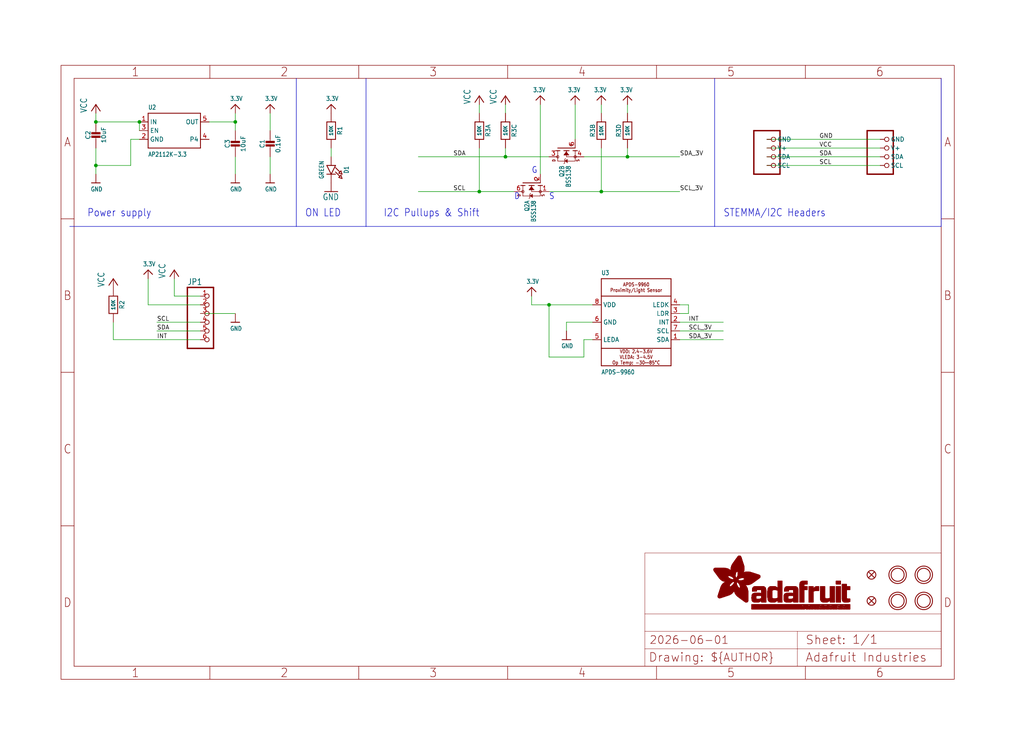
<source format=kicad_sch>
(kicad_sch (version 20230121) (generator eeschema)
  (paper "User" 298.45 217.322)
  (lib_symbols
    (symbol "working-eagle-import:3.3V" (power)
      (property "Value" "3.3V" (at -1.524 1.016 0))
      (symbol "3.3V_1_0"
        (pin power_in line (at 0 -2.54 90) (length 2.54) (name "3.3V") (number "1"))
      )
    )
    (symbol "working-eagle-import:APDS-9960"
      (property "Reference" "U" (at -10.16 13.716 0))
      (symbol "APDS-9960_1_0"
        (text "APDS-9960\nProximity/Light Sensor" (at 0 10.16 0) (effects (font (size 1.016 0.8636))))
        (text "VDD: 2.4-3.6V\nVLEDA: 3-4.5V\nOp Temp: -30~~85°C" (at 0 -10.16 0) (effects (font (size 1.016 0.8636))))
        (pin bidirectional line (at 12.7 -5.08 180) (length 2.54) (name "SDA") (number "1"))
        (pin output line (at 12.7 0 180) (length 2.54) (name "INT") (number "2"))
        (pin bidirectional line (at 12.7 2.54 180) (length 2.54) (name "LDR") (number "3"))
        (pin bidirectional line (at 12.7 5.08 180) (length 2.54) (name "LEDK") (number "4"))
        (pin power_in line (at -12.7 -5.08 0) (length 2.54) (name "LEDA") (number "5"))
        (pin power_in line (at -12.7 0 0) (length 2.54) (name "GND") (number "6"))
        (pin input line (at 12.7 -2.54 180) (length 2.54) (name "SCL") (number "7"))
        (pin power_in line (at -12.7 5.08 0) (length 2.54) (name "VDD") (number "8"))
      )
    )
    (symbol "working-eagle-import:CAP_CERAMIC0603_NO"
      (property "Reference" "C" (at -2.29 1.25 90))
      (symbol "CAP_CERAMIC0603_NO_1_0"
        (pin passive line (at 0 5.08 270) (length 2.54) (name "1") (number "1"))
        (pin passive line (at 0 -2.54 90) (length 2.54) (name "2") (number "2"))
      )
    )
    (symbol "working-eagle-import:CAP_CERAMIC0805-NOOUTLINE"
      (property "Reference" "C" (at -2.29 1.25 90))
      (symbol "CAP_CERAMIC0805-NOOUTLINE_1_0"
        (pin passive line (at 0 5.08 270) (length 2.54) (name "1") (number "1"))
        (pin passive line (at 0 -2.54 90) (length 2.54) (name "2") (number "2"))
      )
    )
    (symbol "working-eagle-import:FIDUCIAL_1MM")
    (symbol "working-eagle-import:FRAME_A4_ADAFRUIT"
      (symbol "FRAME_A4_ADAFRUIT_1_0"
        (text "${#}/${##}" (at 230.505 10.16 0) (effects (font (size 2.54 2.54)) (justify left bottom)))
        (text "${AUTHOR}" (at 189.23 5.08 0) (effects (font (size 2.286 2.286)) (justify left bottom)))
        (text "${CURRENT_DATE}" (at 171.45 10.16 0) (effects (font (size 2.286 2.286)) (justify left bottom)))
        (text "${PROJECTNAME}" (at 171.45 15.24 0) (effects (font (size 2.54 2.54)) (justify left bottom)))
        (text "1" (at 21.6958 1.905 0) (effects (font (size 2.54 2.286))))
        (text "1" (at 21.6958 177.165 0) (effects (font (size 2.54 2.286))))
        (text "2" (at 65.0875 1.905 0) (effects (font (size 2.54 2.286))))
        (text "2" (at 65.0875 177.165 0) (effects (font (size 2.54 2.286))))
        (text "3" (at 108.4792 1.905 0) (effects (font (size 2.54 2.286))))
        (text "3" (at 108.4792 177.165 0) (effects (font (size 2.54 2.286))))
        (text "4" (at 151.8708 1.905 0) (effects (font (size 2.54 2.286))))
        (text "4" (at 151.8708 177.165 0) (effects (font (size 2.54 2.286))))
        (text "5" (at 195.2625 1.905 0) (effects (font (size 2.54 2.286))))
        (text "5" (at 195.2625 177.165 0) (effects (font (size 2.54 2.286))))
        (text "6" (at 238.6542 1.905 0) (effects (font (size 2.54 2.286))))
        (text "6" (at 238.6542 177.165 0) (effects (font (size 2.54 2.286))))
        (text "A" (at 1.905 156.6863 0) (effects (font (size 2.54 2.286))))
        (text "A" (at 258.445 156.6863 0) (effects (font (size 2.54 2.286))))
        (text "Adafruit Industries" (at 216.916 4.953 0) (effects (font (size 2.54 2.54)) (justify left bottom)))
        (text "B" (at 1.905 111.9188 0) (effects (font (size 2.54 2.286))))
        (text "B" (at 258.445 111.9188 0) (effects (font (size 2.54 2.286))))
        (text "C" (at 1.905 67.1513 0) (effects (font (size 2.54 2.286))))
        (text "C" (at 258.445 67.1513 0) (effects (font (size 2.54 2.286))))
        (text "D" (at 1.905 22.3838 0) (effects (font (size 2.54 2.286))))
        (text "D" (at 258.445 22.3838 0) (effects (font (size 2.54 2.286))))
        (text "Drawing:" (at 171.196 4.953 0) (effects (font (size 2.54 2.54)) (justify left bottom)))
        (text "Sheet:" (at 216.916 10.033 0) (effects (font (size 2.54 2.54)) (justify left bottom)))
      )
    )
    (symbol "working-eagle-import:GND" (power)
      (property "Value" "GND" (at -1.524 -2.54 0))
      (symbol "GND_1_0"
        (pin power_in line (at 0 2.54 270) (length 2.54) (name "GND") (number "1"))
      )
    )
    (symbol "working-eagle-import:HEADER-1X670MIL"
      (property "Reference" "JP" (at -6.35 10.795 0))
      (symbol "HEADER-1X670MIL_1_0"
        (pin passive inverted (at -2.54 7.62 0) (length 2.54) (name "1") (number "1"))
        (pin passive inverted (at -2.54 5.08 0) (length 2.54) (name "2") (number "2"))
        (pin passive inverted (at -2.54 2.54 0) (length 2.54) (name "3") (number "3"))
        (pin passive inverted (at -2.54 0 0) (length 2.54) (name "4") (number "4"))
        (pin passive inverted (at -2.54 -2.54 0) (length 2.54) (name "5") (number "5"))
        (pin passive inverted (at -2.54 -5.08 0) (length 2.54) (name "6") (number "6"))
      )
    )
    (symbol "working-eagle-import:LED0603_NOOUTLINE"
      (property "Reference" "D" (at -1.27 4.445 0))
      (symbol "LED0603_NOOUTLINE_1_0"
        (pin passive line (at -5.08 0 0) (length 2.54) (name "A") (number "A"))
        (pin passive line (at 2.54 0 180) (length 2.54) (name "C") (number "C"))
      )
    )
    (symbol "working-eagle-import:MOSFET-N_DUAL"
      (property "Reference" "Q" (at 5.08 0.635 0))
      (symbol "MOSFET-N_DUAL_1_0"
        (text "D" (at 3.175 3.175 0) (effects (font (size 0.8128 0.6908)) (justify left bottom)))
        (text "G" (at -1.27 -1.905 0) (effects (font (size 0.8128 0.6908)) (justify left bottom)))
        (text "S" (at 3.175 -3.81 0) (effects (font (size 0.8128 0.6908)) (justify left bottom)))
        (pin bidirectional line (at 2.54 -5.08 90) (length 2.54) (name "S") (number "1"))
        (pin bidirectional line (at -2.54 -2.54 0) (length 2.54) (name "G") (number "2"))
        (pin bidirectional line (at 2.54 5.08 270) (length 2.54) (name "D") (number "6"))
      )
      (symbol "MOSFET-N_DUAL_2_0"
        (text "D" (at 3.175 3.175 0) (effects (font (size 0.8128 0.6908)) (justify left bottom)))
        (text "G" (at -1.27 -1.905 0) (effects (font (size 0.8128 0.6908)) (justify left bottom)))
        (text "S" (at 3.175 -3.81 0) (effects (font (size 0.8128 0.6908)) (justify left bottom)))
        (pin bidirectional line (at 2.54 5.08 270) (length 2.54) (name "D") (number "3"))
        (pin bidirectional line (at 2.54 -5.08 90) (length 2.54) (name "S") (number "4"))
        (pin bidirectional line (at -2.54 -2.54 0) (length 2.54) (name "G") (number "5"))
      )
    )
    (symbol "working-eagle-import:MOUNTINGHOLE2.5")
    (symbol "working-eagle-import:RESISTOR_0603_NOOUT"
      (property "Reference" "R" (at 0 2.54 0))
      (symbol "RESISTOR_0603_NOOUT_1_0"
        (pin passive line (at -5.08 0 0) (length 2.54) (name "1") (number "1"))
        (pin passive line (at 5.08 0 180) (length 2.54) (name "2") (number "2"))
      )
    )
    (symbol "working-eagle-import:RESISTOR_4PACK"
      (property "Reference" "R" (at 0 2.54 0))
      (symbol "RESISTOR_4PACK_1_0"
        (pin passive line (at -5.08 0 0) (length 2.54) (name "1") (number "1"))
        (pin passive line (at 5.08 0 180) (length 2.54) (name "2") (number "8"))
      )
      (symbol "RESISTOR_4PACK_2_0"
        (pin passive line (at -5.08 0 0) (length 2.54) (name "1") (number "2"))
        (pin passive line (at 5.08 0 180) (length 2.54) (name "2") (number "7"))
      )
      (symbol "RESISTOR_4PACK_3_0"
        (pin passive line (at -5.08 0 0) (length 2.54) (name "1") (number "3"))
        (pin passive line (at 5.08 0 180) (length 2.54) (name "2") (number "6"))
      )
      (symbol "RESISTOR_4PACK_4_0"
        (pin passive line (at -5.08 0 0) (length 2.54) (name "1") (number "4"))
        (pin passive line (at 5.08 0 180) (length 2.54) (name "2") (number "5"))
      )
    )
    (symbol "working-eagle-import:STEMMA_I2C_QT"
      (symbol "STEMMA_I2C_QT_1_0"
        (pin passive inverted (at 0 5.08 0) (length 2.54) (name "GND") (number "1"))
        (pin passive inverted (at 0 2.54 0) (length 2.54) (name "V+") (number "2"))
        (pin passive inverted (at 0 0 0) (length 2.54) (name "SDA") (number "3"))
        (pin passive inverted (at 0 -2.54 0) (length 2.54) (name "SCL") (number "4"))
      )
      (symbol "STEMMA_I2C_QT_2_0"
        (pin bidirectional line (at 0 0 0) (length 5.08) (name "MT") (number "MT1"))
      )
      (symbol "STEMMA_I2C_QT_3_0"
        (pin bidirectional line (at 0 0 0) (length 5.08) (name "MT") (number "MT2"))
      )
    )
    (symbol "working-eagle-import:VCC" (power)
      (property "Value" "VCC" (at -2.54 -2.54 90))
      (symbol "VCC_1_0"
        (pin power_in line (at 0 -2.54 90) (length 2.54) (name "VCC") (number "1"))
      )
    )
    (symbol "working-eagle-import:VREG_SOT23-5"
      (property "Reference" "U" (at -7.62 6.096 0))
      (symbol "VREG_SOT23-5_1_0"
        (pin power_in line (at -10.16 2.54 0) (length 2.54) (name "IN") (number "1"))
        (pin power_in line (at -10.16 -2.54 0) (length 2.54) (name "GND") (number "2"))
        (pin input line (at -10.16 0 0) (length 2.54) (name "EN") (number "3"))
        (pin bidirectional line (at 10.16 -2.54 180) (length 2.54) (name "P4") (number "4"))
        (pin power_in line (at 10.16 2.54 180) (length 2.54) (name "OUT") (number "5"))
      )
    )
    (symbol "working-eagle-import:supply1_GND" (power)
      (property "Value" "supply1_GND" (at -2.54 -2.54 0))
      (symbol "supply1_GND_1_0"
        (pin power_in line (at 0 2.54 270) (length 2.54) (name "GND") (number "1"))
      )
    )
  )
  (junction (at 40.64 35.56))
  (junction (at 68.58 35.56))
  (junction (at 27.94 48.26))
  (junction (at 182.88 45.72))
  (junction (at 160.02 88.9))
  (junction (at 147.32 45.72))
  (junction (at 27.94 35.56))
  (junction (at 175.26 55.88))
  (junction (at 139.7 55.88))
  (wire (pts (xy 160.02 88.9) (xy 154.94 88.9)) (stroke (width 0.1524)))
  (wire (pts (xy 170.18 104.14) (xy 160.02 104.14)) (stroke (width 0.1524)))
  (wire (pts (xy 172.72 88.9) (xy 160.02 88.9)) (stroke (width 0.1524)))
  (wire (pts (xy 60.96 35.56) (xy 68.58 35.56)) (stroke (width 0.1524)))
  (wire (pts (xy 78.74 33.02) (xy 78.74 38.1)) (stroke (width 0.1524)))
  (wire (pts (xy 210.82 96.52) (xy 198.12 96.52)) (stroke (width 0.1524)))
  (wire (pts (xy 58.42 86.36) (xy 50.8 86.36)) (stroke (width 0.1524)))
  (wire (pts (xy 27.94 48.26) (xy 27.94 50.8)) (stroke (width 0.1524)))
  (wire (pts (xy 58.42 96.52) (xy 45.72 96.52)) (stroke (width 0.1524)))
  (wire (pts (xy 198.12 88.9) (xy 200.66 88.9)) (stroke (width 0.1524)))
  (wire (pts (xy 256.54 40.64) (xy 223.52 40.64)) (stroke (width 0.1524)))
  (wire (pts (xy 200.66 88.9) (xy 200.66 91.44)) (stroke (width 0.1524)))
  (wire (pts (xy 58.42 88.9) (xy 43.18 88.9)) (stroke (width 0.1524)))
  (wire (pts (xy 198.12 93.98) (xy 210.82 93.98)) (stroke (width 0.1524)))
  (wire (pts (xy 157.48 50.8) (xy 157.48 30.48)) (stroke (width 0.1524)))
  (wire (pts (xy 167.64 40.64) (xy 167.64 30.48)) (stroke (width 0.1524)))
  (wire (pts (xy 182.88 45.72) (xy 198.12 45.72)) (stroke (width 0.1524)))
  (wire (pts (xy 38.1 48.26) (xy 27.94 48.26)) (stroke (width 0.1524)))
  (wire (pts (xy 182.88 33.02) (xy 182.88 30.48)) (stroke (width 0.1524)))
  (wire (pts (xy 172.72 99.06) (xy 170.18 99.06)) (stroke (width 0.1524)))
  (wire (pts (xy 68.58 35.56) (xy 68.58 38.1)) (stroke (width 0.1524)))
  (wire (pts (xy 175.26 33.02) (xy 175.26 30.48)) (stroke (width 0.1524)))
  (wire (pts (xy 160.02 45.72) (xy 147.32 45.72)) (stroke (width 0.1524)))
  (wire (pts (xy 165.1 93.98) (xy 165.1 96.52)) (stroke (width 0.1524)))
  (wire (pts (xy 154.94 88.9) (xy 154.94 86.36)) (stroke (width 0.1524)))
  (polyline (pts (xy 208.28 66.04) (xy 274.32 66.04)) (stroke (width 0.1524) (type solid)))
  (polyline (pts (xy 106.68 66.04) (xy 208.28 66.04)) (stroke (width 0.1524) (type solid)))
  (wire (pts (xy 175.26 43.18) (xy 175.26 55.88)) (stroke (width 0.1524)))
  (wire (pts (xy 223.52 48.26) (xy 256.54 48.26)) (stroke (width 0.1524)))
  (polyline (pts (xy 86.36 66.04) (xy 106.68 66.04)) (stroke (width 0.1524) (type solid)))
  (wire (pts (xy 147.32 45.72) (xy 121.92 45.72)) (stroke (width 0.1524)))
  (polyline (pts (xy 208.28 22.86) (xy 208.28 66.04)) (stroke (width 0.1524) (type solid)))
  (wire (pts (xy 68.58 45.72) (xy 68.58 50.8)) (stroke (width 0.1524)))
  (wire (pts (xy 33.02 99.06) (xy 33.02 93.98)) (stroke (width 0.1524)))
  (wire (pts (xy 256.54 45.72) (xy 223.52 45.72)) (stroke (width 0.1524)))
  (wire (pts (xy 58.42 93.98) (xy 45.72 93.98)) (stroke (width 0.1524)))
  (wire (pts (xy 223.52 43.18) (xy 256.54 43.18)) (stroke (width 0.1524)))
  (wire (pts (xy 27.94 33.02) (xy 27.94 35.56)) (stroke (width 0.1524)))
  (wire (pts (xy 175.26 55.88) (xy 198.12 55.88)) (stroke (width 0.1524)))
  (wire (pts (xy 147.32 33.02) (xy 147.32 30.48)) (stroke (width 0.1524)))
  (wire (pts (xy 50.8 86.36) (xy 50.8 81.28)) (stroke (width 0.1524)))
  (wire (pts (xy 96.52 45.72) (xy 96.52 43.18)) (stroke (width 0.1524)))
  (wire (pts (xy 43.18 88.9) (xy 43.18 81.28)) (stroke (width 0.1524)))
  (wire (pts (xy 139.7 30.48) (xy 139.7 33.02)) (stroke (width 0.1524)))
  (wire (pts (xy 40.64 38.1) (xy 40.64 35.56)) (stroke (width 0.1524)))
  (wire (pts (xy 182.88 43.18) (xy 182.88 45.72)) (stroke (width 0.1524)))
  (wire (pts (xy 149.86 55.88) (xy 139.7 55.88)) (stroke (width 0.1524)))
  (wire (pts (xy 160.02 104.14) (xy 160.02 88.9)) (stroke (width 0.1524)))
  (wire (pts (xy 40.64 40.64) (xy 38.1 40.64)) (stroke (width 0.1524)))
  (wire (pts (xy 38.1 40.64) (xy 38.1 48.26)) (stroke (width 0.1524)))
  (polyline (pts (xy 20.32 66.04) (xy 86.36 66.04)) (stroke (width 0.1524) (type solid)))
  (wire (pts (xy 68.58 35.56) (xy 68.58 33.02)) (stroke (width 0.1524)))
  (wire (pts (xy 58.42 99.06) (xy 33.02 99.06)) (stroke (width 0.1524)))
  (wire (pts (xy 139.7 43.18) (xy 139.7 55.88)) (stroke (width 0.1524)))
  (polyline (pts (xy 106.68 22.86) (xy 106.68 66.04)) (stroke (width 0.1524) (type solid)))
  (wire (pts (xy 27.94 48.26) (xy 27.94 43.18)) (stroke (width 0.1524)))
  (wire (pts (xy 58.42 91.44) (xy 68.58 91.44)) (stroke (width 0.1524)))
  (polyline (pts (xy 274.32 22.86) (xy 274.32 66.04)) (stroke (width 0.1524) (type solid)))
  (wire (pts (xy 78.74 45.72) (xy 78.74 50.8)) (stroke (width 0.1524)))
  (polyline (pts (xy 86.36 22.86) (xy 86.36 66.04)) (stroke (width 0.1524) (type solid)))
  (wire (pts (xy 200.66 91.44) (xy 198.12 91.44)) (stroke (width 0.1524)))
  (wire (pts (xy 40.64 35.56) (xy 27.94 35.56)) (stroke (width 0.1524)))
  (wire (pts (xy 147.32 43.18) (xy 147.32 45.72)) (stroke (width 0.1524)))
  (wire (pts (xy 172.72 93.98) (xy 165.1 93.98)) (stroke (width 0.1524)))
  (wire (pts (xy 170.18 45.72) (xy 182.88 45.72)) (stroke (width 0.1524)))
  (wire (pts (xy 139.7 55.88) (xy 121.92 55.88)) (stroke (width 0.1524)))
  (wire (pts (xy 170.18 99.06) (xy 170.18 104.14)) (stroke (width 0.1524)))
  (wire (pts (xy 210.82 99.06) (xy 198.12 99.06)) (stroke (width 0.1524)))
  (wire (pts (xy 160.02 55.88) (xy 175.26 55.88)) (stroke (width 0.1524)))
  (text "ON LED" (at 88.9 63.5 0) (effects (font (size 2.1844 1.8567)) (justify left bottom)))
  (text "S" (at 160.02 58.42 0) (effects (font (size 1.778 1.5113)) (justify left bottom)))
  (text "Power supply" (at 25.4 63.5 0) (effects (font (size 2.1844 1.8567)) (justify left bottom)))
  (text "I2C Pullups & Shift" (at 111.76 63.5 0) (effects (font (size 2.1844 1.8567)) (justify left bottom)))
  (text "D" (at 149.86 58.42 0) (effects (font (size 1.778 1.5113)) (justify left bottom)))
  (text "G" (at 154.94 50.8 0) (effects (font (size 1.778 1.5113)) (justify left bottom)))
  (text "STEMMA/I2C Headers" (at 210.82 63.5 0) (effects (font (size 2.1844 1.8567)) (justify left bottom)))
  (label "SDA_3V" (at 198.12 45.72 0) (effects (font (size 1.2446 1.2446))))
  (label "SDA" (at 238.76 45.72 0) (effects (font (size 1.2446 1.2446))))
  (label "SDA" (at 132.08 45.72 0) (effects (font (size 1.2446 1.2446))))
  (label "SCL_3V" (at 200.66 96.52 0) (effects (font (size 1.2446 1.2446))))
  (label "INT" (at 200.66 93.98 0) (effects (font (size 1.2446 1.2446))))
  (label "INT" (at 45.72 99.06 0) (effects (font (size 1.2446 1.2446))))
  (label "GND" (at 238.76 40.64 0) (effects (font (size 1.2446 1.2446))))
  (label "SDA" (at 45.72 96.52 0) (effects (font (size 1.2446 1.2446))))
  (label "SCL" (at 45.72 93.98 0) (effects (font (size 1.2446 1.2446))))
  (label "SCL" (at 132.08 55.88 0) (effects (font (size 1.2446 1.2446))))
  (label "VCC" (at 238.76 43.18 0) (effects (font (size 1.2446 1.2446))))
  (label "SDA_3V" (at 200.66 99.06 0) (effects (font (size 1.2446 1.2446))))
  (label "SCL_3V" (at 198.12 55.88 0) (effects (font (size 1.2446 1.2446))))
  (label "SCL" (at 238.76 48.26 0) (effects (font (size 1.2446 1.2446))))
  (symbol (lib_id "working-eagle-import:3.3V") (at 154.94 83.82 0) (unit 1)
    (property "Reference" "#U$9" (effects hide))
    (property "Value" "3.3V" (at 153.416 82.804 0) (effects (font (size 1.27 1.0795)) (justify left bottom)))
  )
  (symbol (lib_id "working-eagle-import:MOUNTINGHOLE2.5") (at 261.62 175.26 0) (unit 1)
    (property "Reference" "U$1" (effects hide))
    (property "Value" "MOUNTINGHOLE2.5" (effects hide))
    (property "Footprint" "working:MOUNTINGHOLE_2.5_PLATED" (effects hide))
  )
  (symbol (lib_id "working-eagle-import:CAP_CERAMIC0603_NO") (at 78.74 43.18 0) (unit 1)
    (property "Reference" "C1" (at 76.45 41.93 90))
    (property "Value" "0.1uF" (at 81.04 41.93 90))
    (property "Footprint" "working:0603-NO" (effects hide))
  )
  (symbol (lib_id "working-eagle-import:VCC") (at 50.8 78.74 0) (unit 1)
    (property "Reference" "#P+4" (effects hide))
    (property "Value" "VCC" (at 48.26 81.28 90) (effects (font (size 1.778 1.5113)) (justify left bottom)))
  )
  (symbol (lib_id "working-eagle-import:VCC") (at 147.32 27.94 0) (unit 1)
    (property "Reference" "#P+2" (effects hide))
    (property "Value" "VCC" (at 144.78 30.48 90) (effects (font (size 1.778 1.5113)) (justify left bottom)))
  )
  (symbol (lib_id "working-eagle-import:MOUNTINGHOLE2.5") (at 261.62 167.64 0) (unit 1)
    (property "Reference" "U$17" (effects hide))
    (property "Value" "MOUNTINGHOLE2.5" (effects hide))
    (property "Footprint" "working:MOUNTINGHOLE_2.5_PLATED" (effects hide))
  )
  (symbol (lib_id "working-eagle-import:MOUNTINGHOLE2.5") (at 269.24 167.64 0) (unit 1)
    (property "Reference" "U$19" (effects hide))
    (property "Value" "MOUNTINGHOLE2.5" (effects hide))
    (property "Footprint" "working:MOUNTINGHOLE_2.5_PLATED" (effects hide))
  )
  (symbol (lib_id "working-eagle-import:3.3V") (at 167.64 27.94 0) (mirror y) (unit 1)
    (property "Reference" "#U$23" (effects hide))
    (property "Value" "3.3V" (at 169.164 26.924 0) (effects (font (size 1.27 1.0795)) (justify left bottom)))
  )
  (symbol (lib_id "working-eagle-import:GND") (at 68.58 93.98 0) (unit 1)
    (property "Reference" "#U$10" (effects hide))
    (property "Value" "GND" (at 67.056 96.52 0) (effects (font (size 1.27 1.0795)) (justify left bottom)))
  )
  (symbol (lib_id "working-eagle-import:3.3V") (at 78.74 30.48 0) (unit 1)
    (property "Reference" "#U$14" (effects hide))
    (property "Value" "3.3V" (at 77.216 29.464 0) (effects (font (size 1.27 1.0795)) (justify left bottom)))
  )
  (symbol (lib_id "working-eagle-import:RESISTOR_4PACK") (at 175.26 38.1 90) (mirror x) (unit 2)
    (property "Reference" "R3" (at 172.72 38.1 0))
    (property "Value" "10K" (at 175.26 38.1 0) (effects (font (size 1.016 1.016) bold)))
    (property "Footprint" "working:RESPACK_4X0603" (effects hide))
  )
  (symbol (lib_id "working-eagle-import:CAP_CERAMIC0805-NOOUTLINE") (at 68.58 43.18 0) (unit 1)
    (property "Reference" "C3" (at 66.29 41.93 90))
    (property "Value" "10uF" (at 70.88 41.93 90))
    (property "Footprint" "working:0805-NO" (effects hide))
  )
  (symbol (lib_id "working-eagle-import:MOUNTINGHOLE2.5") (at 269.24 175.26 0) (unit 1)
    (property "Reference" "U$21" (effects hide))
    (property "Value" "MOUNTINGHOLE2.5" (effects hide))
    (property "Footprint" "working:MOUNTINGHOLE_2.5_PLATED" (effects hide))
  )
  (symbol (lib_id "working-eagle-import:FRAME_A4_ADAFRUIT") (at 17.78 198.12 0) (unit 1)
    (property "Reference" "#U$18" (effects hide))
    (property "Value" "FRAME_A4_ADAFRUIT" (effects hide))
  )
  (symbol (lib_id "working-eagle-import:RESISTOR_4PACK") (at 182.88 38.1 90) (mirror x) (unit 4)
    (property "Reference" "R3" (at 180.34 38.1 0))
    (property "Value" "10K" (at 182.88 38.1 0) (effects (font (size 1.016 1.016) bold)))
    (property "Footprint" "working:RESPACK_4X0603" (effects hide))
  )
  (symbol (lib_id "working-eagle-import:FIDUCIAL_1MM") (at 254 167.64 0) (unit 1)
    (property "Reference" "FID4" (effects hide))
    (property "Value" "FIDUCIAL_1MM" (effects hide))
    (property "Footprint" "working:FIDUCIAL_1MM" (effects hide))
  )
  (symbol (lib_id "working-eagle-import:GND") (at 165.1 99.06 0) (unit 1)
    (property "Reference" "#U$11" (effects hide))
    (property "Value" "GND" (at 163.576 101.6 0) (effects (font (size 1.27 1.0795)) (justify left bottom)))
  )
  (symbol (lib_id "working-eagle-import:RESISTOR_0603_NOOUT") (at 96.52 38.1 270) (unit 1)
    (property "Reference" "R1" (at 99.06 38.1 0))
    (property "Value" "10K" (at 96.52 38.1 0) (effects (font (size 1.016 1.016) bold)))
    (property "Footprint" "working:0603-NO" (effects hide))
  )
  (symbol (lib_id "working-eagle-import:CAP_CERAMIC0805-NOOUTLINE") (at 27.94 40.64 0) (unit 1)
    (property "Reference" "C2" (at 25.65 39.39 90))
    (property "Value" "10uF" (at 30.24 39.39 90))
    (property "Footprint" "working:0805-NO" (effects hide))
  )
  (symbol (lib_id "working-eagle-import:supply1_GND") (at 96.52 55.88 0) (unit 1)
    (property "Reference" "#GND6" (effects hide))
    (property "Value" "GND" (at 93.98 58.42 0) (effects (font (size 1.778 1.5113)) (justify left bottom)))
  )
  (symbol (lib_id "working-eagle-import:HEADER-1X670MIL") (at 60.96 93.98 0) (unit 1)
    (property "Reference" "JP1" (at 54.61 83.185 0) (effects (font (size 1.778 1.5113)) (justify left bottom)))
    (property "Value" "HEADER-1X670MIL" (effects hide))
    (property "Footprint" "working:1X06_ROUND_70" (effects hide))
  )
  (symbol (lib_id "working-eagle-import:RESISTOR_4PACK") (at 139.7 38.1 270) (unit 1)
    (property "Reference" "R3" (at 142.24 38.1 0))
    (property "Value" "10K" (at 139.7 38.1 0) (effects (font (size 1.016 1.016) bold)))
    (property "Footprint" "working:RESPACK_4X0603" (effects hide))
  )
  (symbol (lib_id "working-eagle-import:RESISTOR_0603_NOOUT") (at 33.02 88.9 270) (unit 1)
    (property "Reference" "R2" (at 35.56 88.9 0))
    (property "Value" "10K" (at 33.02 88.9 0) (effects (font (size 1.016 1.016) bold)))
    (property "Footprint" "working:0603-NO" (effects hide))
  )
  (symbol (lib_id "working-eagle-import:LED0603_NOOUTLINE") (at 96.52 50.8 270) (unit 1)
    (property "Reference" "D1" (at 100.965 49.53 0) (effects (font (size 1.27 1.0795))))
    (property "Value" "GREEN" (at 93.726 49.53 0) (effects (font (size 1.27 1.0795))))
    (property "Footprint" "working:CHIPLED_0603_NOOUTLINE" (effects hide))
  )
  (symbol (lib_id "working-eagle-import:STEMMA_I2C_QT") (at 256.54 45.72 0) (unit 1)
    (property "Reference" "CONN4" (effects hide))
    (property "Value" "STEMMA_I2C_QT" (effects hide))
    (property "Footprint" "working:JST_SH4" (effects hide))
  )
  (symbol (lib_id "working-eagle-import:3.3V") (at 43.18 78.74 0) (unit 1)
    (property "Reference" "#U$16" (effects hide))
    (property "Value" "3.3V" (at 41.656 77.724 0) (effects (font (size 1.27 1.0795)) (justify left bottom)))
  )
  (symbol (lib_id "working-eagle-import:GND") (at 68.58 53.34 0) (unit 1)
    (property "Reference" "#U$5" (effects hide))
    (property "Value" "GND" (at 67.056 55.88 0) (effects (font (size 1.27 1.0795)) (justify left bottom)))
  )
  (symbol (lib_id "working-eagle-import:3.3V") (at 175.26 27.94 0) (mirror y) (unit 1)
    (property "Reference" "#U$24" (effects hide))
    (property "Value" "3.3V" (at 176.784 26.924 0) (effects (font (size 1.27 1.0795)) (justify left bottom)))
  )
  (symbol (lib_id "working-eagle-import:3.3V") (at 68.58 30.48 0) (unit 1)
    (property "Reference" "#U$15" (effects hide))
    (property "Value" "3.3V" (at 67.056 29.464 0) (effects (font (size 1.27 1.0795)) (justify left bottom)))
  )
  (symbol (lib_id "working-eagle-import:3.3V") (at 96.52 30.48 0) (unit 1)
    (property "Reference" "#U$3" (effects hide))
    (property "Value" "3.3V" (at 94.996 29.464 0) (effects (font (size 1.27 1.0795)) (justify left bottom)))
  )
  (symbol (lib_id "working-eagle-import:GND") (at 27.94 53.34 0) (unit 1)
    (property "Reference" "#U$13" (effects hide))
    (property "Value" "GND" (at 26.416 55.88 0) (effects (font (size 1.27 1.0795)) (justify left bottom)))
  )
  (symbol (lib_id "working-eagle-import:GND") (at 78.74 53.34 0) (unit 1)
    (property "Reference" "#U$6" (effects hide))
    (property "Value" "GND" (at 77.216 55.88 0) (effects (font (size 1.27 1.0795)) (justify left bottom)))
  )
  (symbol (lib_id "working-eagle-import:APDS-9960") (at 185.42 93.98 0) (unit 1)
    (property "Reference" "U3" (at 175.26 80.264 0) (effects (font (size 1.27 1.0795)) (justify left bottom)))
    (property "Value" "APDS-9960" (at 175.26 109.22 0) (effects (font (size 1.27 1.0795)) (justify left bottom)))
    (property "Footprint" "working:APDS-9960" (effects hide))
  )
  (symbol (lib_id "working-eagle-import:RESISTOR_4PACK") (at 147.32 38.1 270) (unit 3)
    (property "Reference" "R3" (at 149.86 38.1 0))
    (property "Value" "10K" (at 147.32 38.1 0) (effects (font (size 1.016 1.016) bold)))
    (property "Footprint" "working:RESPACK_4X0603" (effects hide))
  )
  (symbol (lib_id "working-eagle-import:MOSFET-N_DUAL") (at 165.1 43.18 90) (mirror x) (unit 2)
    (property "Reference" "Q2" (at 164.465 48.26 0) (effects (font (size 1.27 1.0795)) (justify left bottom)))
    (property "Value" "BSS138" (at 166.37 48.26 0) (effects (font (size 1.27 1.0795)) (justify left bottom)))
    (property "Footprint" "working:SOT363" (effects hide))
  )
  (symbol (lib_id "working-eagle-import:3.3V") (at 157.48 27.94 0) (mirror y) (unit 1)
    (property "Reference" "#U$26" (effects hide))
    (property "Value" "3.3V" (at 159.004 26.924 0) (effects (font (size 1.27 1.0795)) (justify left bottom)))
  )
  (symbol (lib_id "working-eagle-import:VREG_SOT23-5") (at 50.8 38.1 0) (unit 1)
    (property "Reference" "U2" (at 43.18 32.004 0) (effects (font (size 1.27 1.0795)) (justify left bottom)))
    (property "Value" "AP2112K-3.3" (at 43.18 45.72 0) (effects (font (size 1.27 1.0795)) (justify left bottom)))
    (property "Footprint" "working:SOT23-5" (effects hide))
  )
  (symbol (lib_id "working-eagle-import:FIDUCIAL_1MM") (at 254 175.26 0) (unit 1)
    (property "Reference" "FID3" (effects hide))
    (property "Value" "FIDUCIAL_1MM" (effects hide))
    (property "Footprint" "working:FIDUCIAL_1MM" (effects hide))
  )
  (symbol (lib_id "working-eagle-import:VCC") (at 27.94 30.48 0) (unit 1)
    (property "Reference" "#P+3" (effects hide))
    (property "Value" "VCC" (at 25.4 33.02 90) (effects (font (size 1.778 1.5113)) (justify left bottom)))
  )
  (symbol (lib_id "working-eagle-import:VCC") (at 33.02 81.28 0) (unit 1)
    (property "Reference" "#P+5" (effects hide))
    (property "Value" "VCC" (at 30.48 83.82 90) (effects (font (size 1.778 1.5113)) (justify left bottom)))
  )
  (symbol (lib_id "working-eagle-import:VCC") (at 139.7 27.94 0) (unit 1)
    (property "Reference" "#P+1" (effects hide))
    (property "Value" "VCC" (at 137.16 30.48 90) (effects (font (size 1.778 1.5113)) (justify left bottom)))
  )
  (symbol (lib_id "working-eagle-import:MOSFET-N_DUAL") (at 154.94 53.34 90) (mirror x) (unit 1)
    (property "Reference" "Q2" (at 154.305 58.42 0) (effects (font (size 1.27 1.0795)) (justify left bottom)))
    (property "Value" "BSS138" (at 156.21 58.42 0) (effects (font (size 1.27 1.0795)) (justify left bottom)))
    (property "Footprint" "working:SOT363" (effects hide))
  )
  (symbol (lib_id "working-eagle-import:STEMMA_I2C_QT") (at 223.52 45.72 0) (unit 1)
    (property "Reference" "CONN3" (effects hide))
    (property "Value" "STEMMA_I2C_QT" (effects hide))
    (property "Footprint" "working:JST_SH4" (effects hide))
  )
  (symbol (lib_id "working-eagle-import:3.3V") (at 182.88 27.94 0) (mirror y) (unit 1)
    (property "Reference" "#U$7" (effects hide))
    (property "Value" "3.3V" (at 184.404 26.924 0) (effects (font (size 1.27 1.0795)) (justify left bottom)))
  )
)
</source>
